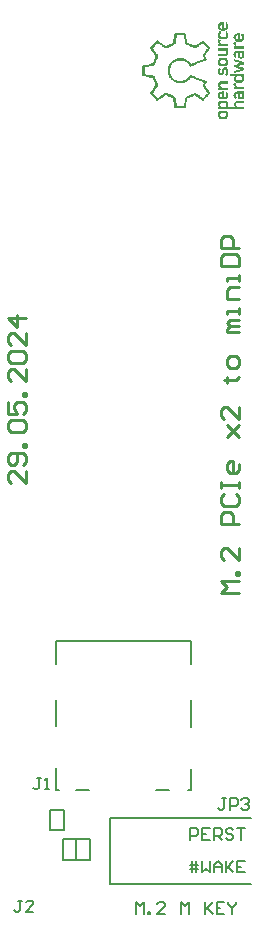
<source format=gto>
G04*
G04 #@! TF.GenerationSoftware,Altium Limited,Altium Designer,24.5.2 (23)*
G04*
G04 Layer_Color=65535*
%FSLAX44Y44*%
%MOMM*%
G71*
G04*
G04 #@! TF.SameCoordinates,6FC596C0-74E6-4E27-895D-4E0FE7D6B679*
G04*
G04*
G04 #@! TF.FilePolarity,Positive*
G04*
G01*
G75*
%ADD10C,0.1500*%
%ADD11C,0.1270*%
%ADD12C,0.2000*%
%ADD13C,0.2540*%
G36*
X197426Y793435D02*
X197902D01*
Y792960D01*
X198378D01*
Y792009D01*
X198853D01*
Y789155D01*
X198378D01*
Y788204D01*
X197902D01*
Y787729D01*
X197426D01*
Y787253D01*
X196000D01*
Y786778D01*
X192671D01*
Y787253D01*
X191720D01*
Y787729D01*
X190769D01*
Y788680D01*
X190294D01*
Y789155D01*
X189818D01*
Y791533D01*
X190294D01*
Y792484D01*
X190769D01*
Y792960D01*
X191245D01*
Y793435D01*
X191720D01*
Y793911D01*
X195049D01*
Y788680D01*
X195525D01*
Y789155D01*
X196476D01*
Y789631D01*
X196951D01*
Y791533D01*
X196476D01*
Y793435D01*
X196951D01*
Y793911D01*
X197426D01*
Y793435D01*
D02*
G37*
G36*
X197902Y785351D02*
X198378D01*
Y784876D01*
X198853D01*
Y782023D01*
X198378D01*
Y781072D01*
X197902D01*
Y780596D01*
X197426D01*
Y780120D01*
X196476D01*
Y779645D01*
X192196D01*
Y780120D01*
X191245D01*
Y780596D01*
X190769D01*
Y781072D01*
X190294D01*
Y782023D01*
X189818D01*
Y784400D01*
X190294D01*
Y785351D01*
X190769D01*
Y786302D01*
X192196D01*
Y785827D01*
Y785351D01*
X192671D01*
Y784876D01*
X192196D01*
Y783925D01*
X191720D01*
Y782498D01*
X192196D01*
Y782023D01*
X192671D01*
Y781547D01*
X196000D01*
Y782023D01*
X196476D01*
Y782498D01*
X196951D01*
Y783925D01*
X196476D01*
Y784876D01*
X196000D01*
Y785351D01*
X196476D01*
Y786302D01*
X197902D01*
Y785351D01*
D02*
G37*
G36*
X208364Y784400D02*
X208839D01*
Y779645D01*
X209790D01*
Y780120D01*
X210266D01*
Y782498D01*
X209790D01*
Y783925D01*
X210266D01*
Y784400D01*
X211217D01*
Y783925D01*
X211692D01*
Y783449D01*
X212168D01*
Y779645D01*
X211692D01*
Y778694D01*
X211217D01*
Y778218D01*
X210266D01*
Y777743D01*
X205510D01*
Y778218D01*
X204559D01*
Y778694D01*
X204084D01*
Y779645D01*
X203608D01*
Y781072D01*
X203133D01*
Y781547D01*
X203608D01*
Y782974D01*
X204084D01*
Y783449D01*
X204559D01*
Y783925D01*
X205035D01*
Y784400D01*
X205986D01*
Y784876D01*
X208364D01*
Y784400D01*
D02*
G37*
G36*
X191245Y779169D02*
X191720D01*
Y778694D01*
X192196D01*
Y778218D01*
X191720D01*
Y776792D01*
X192196D01*
Y776316D01*
X192671D01*
Y775841D01*
X198853D01*
Y774890D01*
Y774414D01*
Y773939D01*
X189818D01*
Y775841D01*
X190769D01*
Y776316D01*
X190294D01*
Y776792D01*
X189818D01*
Y778694D01*
X190294D01*
Y779645D01*
X191245D01*
Y779169D01*
D02*
G37*
G36*
X162238Y784400D02*
X162713D01*
Y782023D01*
X163189D01*
Y779645D01*
X163664D01*
Y777267D01*
X164140D01*
Y776316D01*
X165567D01*
Y775841D01*
X166518D01*
Y775365D01*
X167944D01*
Y774890D01*
X168895D01*
Y774414D01*
X171273D01*
Y774890D01*
X172224D01*
Y775365D01*
X172699D01*
Y775841D01*
X173650D01*
Y776316D01*
X174126D01*
Y776792D01*
X175077D01*
Y777267D01*
X175553D01*
Y777743D01*
X176504D01*
Y778218D01*
X176979D01*
Y778694D01*
X177455D01*
Y778218D01*
X177930D01*
Y777743D01*
X178406D01*
Y777267D01*
X178881D01*
Y776792D01*
X179357D01*
Y776316D01*
X179832D01*
Y775841D01*
X180308D01*
Y775365D01*
X180783D01*
Y774890D01*
X181259D01*
Y774414D01*
X181734D01*
Y773939D01*
X182210D01*
Y773463D01*
X182685D01*
Y772988D01*
X183161D01*
Y772512D01*
X183636D01*
Y772037D01*
X183161D01*
Y771561D01*
X182685D01*
Y770610D01*
X182210D01*
Y770135D01*
X181734D01*
Y769184D01*
X181259D01*
Y768708D01*
X180783D01*
Y767757D01*
X180308D01*
Y767281D01*
X179832D01*
Y766330D01*
X179357D01*
Y764904D01*
X179832D01*
Y763953D01*
X180308D01*
Y763002D01*
X180783D01*
Y762051D01*
X179832D01*
Y761575D01*
X178406D01*
Y761100D01*
X177455D01*
Y760624D01*
X176504D01*
Y760148D01*
X175077D01*
Y759673D01*
X174126D01*
Y759197D01*
X172699D01*
Y758722D01*
X171748D01*
Y758247D01*
X170797D01*
Y757771D01*
X169371D01*
Y757295D01*
X168420D01*
Y756820D01*
X166993D01*
Y756344D01*
X166518D01*
Y756820D01*
X166042D01*
Y757295D01*
X165567D01*
Y757771D01*
X165091D01*
Y758722D01*
X164615D01*
Y759197D01*
X164140D01*
Y759673D01*
X163664D01*
Y760148D01*
X162713D01*
Y760624D01*
X161762D01*
Y761100D01*
X160811D01*
Y761575D01*
X155105D01*
Y761100D01*
X154154D01*
Y760624D01*
X153203D01*
Y760148D01*
X152727D01*
Y759673D01*
X151776D01*
Y759197D01*
X151301D01*
Y758247D01*
X150825D01*
Y757771D01*
X150350D01*
Y756820D01*
X149874D01*
Y755393D01*
X149399D01*
Y750638D01*
X149874D01*
Y749212D01*
X150350D01*
Y748260D01*
X150825D01*
Y747785D01*
X151301D01*
Y747309D01*
X151776D01*
Y746834D01*
X152252D01*
Y746358D01*
X152727D01*
Y745883D01*
X153203D01*
Y745407D01*
X154154D01*
Y744932D01*
X155581D01*
Y744456D01*
X160336D01*
Y744932D01*
X161762D01*
Y745407D01*
X162713D01*
Y745883D01*
X163189D01*
Y746358D01*
X164140D01*
Y746834D01*
X164615D01*
Y747785D01*
X165091D01*
Y748260D01*
X165567D01*
Y748736D01*
X166042D01*
Y749687D01*
X167469D01*
Y749212D01*
X168420D01*
Y748736D01*
X169846D01*
Y748260D01*
X170797D01*
Y747785D01*
X171748D01*
Y747309D01*
X173175D01*
Y746834D01*
X174126D01*
Y746358D01*
X175553D01*
Y745883D01*
X176504D01*
Y745407D01*
X177455D01*
Y744932D01*
X178881D01*
Y744456D01*
X179832D01*
Y743981D01*
X180783D01*
Y743030D01*
X180308D01*
Y742554D01*
X179832D01*
Y741603D01*
X179357D01*
Y739701D01*
X179832D01*
Y738750D01*
X180308D01*
Y738275D01*
X180783D01*
Y737324D01*
X181259D01*
Y736848D01*
X181734D01*
Y736372D01*
X182210D01*
Y735421D01*
X182685D01*
Y734946D01*
X183161D01*
Y733995D01*
X183636D01*
Y733519D01*
X183161D01*
Y733044D01*
X182685D01*
Y732568D01*
X182210D01*
Y732093D01*
X181734D01*
Y731617D01*
X181259D01*
Y731142D01*
X180783D01*
Y730666D01*
X180308D01*
Y730191D01*
X179832D01*
Y729715D01*
X179357D01*
Y729240D01*
X178881D01*
Y728764D01*
X178406D01*
Y728288D01*
X177930D01*
Y727813D01*
X177455D01*
Y727337D01*
X176979D01*
Y727813D01*
X176504D01*
Y728288D01*
X175553D01*
Y728764D01*
X175077D01*
Y729240D01*
X174126D01*
Y729715D01*
X173650D01*
Y730191D01*
X173175D01*
Y730666D01*
X172224D01*
Y731142D01*
X171748D01*
Y731617D01*
X170797D01*
Y732093D01*
X169846D01*
Y731617D01*
X168895D01*
Y731142D01*
X167469D01*
Y730666D01*
X166518D01*
Y730191D01*
X165091D01*
Y729715D01*
X164140D01*
Y728764D01*
X163664D01*
Y726386D01*
X163189D01*
Y724009D01*
X162713D01*
Y721631D01*
X162238D01*
Y721156D01*
X153678D01*
Y721631D01*
X153203D01*
Y724009D01*
X152727D01*
Y726386D01*
X152252D01*
Y729240D01*
X151776D01*
Y729715D01*
X151301D01*
Y730191D01*
X150350D01*
Y730666D01*
X148923D01*
Y731142D01*
X147972D01*
Y731617D01*
X147021D01*
Y732093D01*
X145119D01*
Y731617D01*
X144168D01*
Y731142D01*
X143693D01*
Y730666D01*
X143217D01*
Y730191D01*
X142266D01*
Y729715D01*
X141790D01*
Y729240D01*
X140839D01*
Y728764D01*
X140364D01*
Y728288D01*
X139413D01*
Y727813D01*
X138937D01*
Y727337D01*
X138462D01*
Y727813D01*
X137986D01*
Y728288D01*
X137511D01*
Y728764D01*
X137035D01*
Y729240D01*
X136560D01*
Y729715D01*
X136084D01*
Y730191D01*
X135609D01*
Y730666D01*
X135133D01*
Y731142D01*
X134657D01*
Y731617D01*
X134182D01*
Y732093D01*
X133707D01*
Y732568D01*
X133231D01*
Y733044D01*
X132755D01*
Y733519D01*
X132280D01*
Y733995D01*
X132755D01*
Y734946D01*
X133231D01*
Y735421D01*
X133707D01*
Y735897D01*
X134182D01*
Y736848D01*
X134657D01*
Y737324D01*
X135133D01*
Y738275D01*
X135609D01*
Y738750D01*
X136084D01*
Y739701D01*
X136560D01*
Y740177D01*
X137035D01*
Y742079D01*
X136560D01*
Y743505D01*
X136084D01*
Y744456D01*
X135609D01*
Y745407D01*
X135133D01*
Y746834D01*
X134182D01*
Y747309D01*
X131804D01*
Y747785D01*
X128951D01*
Y748260D01*
X126574D01*
Y748736D01*
X126098D01*
Y757295D01*
X126574D01*
Y757771D01*
X128476D01*
Y758247D01*
X131329D01*
Y758722D01*
X133707D01*
Y759197D01*
X135133D01*
Y760624D01*
X135609D01*
Y761575D01*
X136084D01*
Y763002D01*
X136560D01*
Y763953D01*
X137035D01*
Y765855D01*
X136560D01*
Y766330D01*
X136084D01*
Y767281D01*
X135609D01*
Y767757D01*
X135133D01*
Y768708D01*
X134657D01*
Y769184D01*
X134182D01*
Y770135D01*
X133707D01*
Y770610D01*
X133231D01*
Y771561D01*
X132755D01*
Y772037D01*
X132280D01*
Y772512D01*
X132755D01*
Y772988D01*
X133231D01*
Y773463D01*
X133707D01*
Y773939D01*
X134182D01*
Y774414D01*
X134657D01*
Y774890D01*
X135133D01*
Y775365D01*
X135609D01*
Y775841D01*
X136084D01*
Y776316D01*
X136560D01*
Y776792D01*
X137035D01*
Y777267D01*
X137511D01*
Y777743D01*
X137986D01*
Y778218D01*
X138462D01*
Y778694D01*
X138937D01*
Y778218D01*
X139888D01*
Y777743D01*
X140364D01*
Y777267D01*
X140839D01*
Y776792D01*
X141790D01*
Y776316D01*
X142266D01*
Y775841D01*
X143217D01*
Y775365D01*
X143693D01*
Y774890D01*
X144643D01*
Y774414D01*
X145119D01*
Y773939D01*
X146546D01*
Y774414D01*
X147497D01*
Y774890D01*
X148923D01*
Y775365D01*
X149874D01*
Y775841D01*
X151301D01*
Y776316D01*
X151776D01*
Y776792D01*
X152252D01*
Y779645D01*
X152727D01*
Y782023D01*
X153203D01*
Y784400D01*
X153678D01*
Y784876D01*
X162238D01*
Y784400D01*
D02*
G37*
G36*
X204559Y777267D02*
X205035D01*
Y776792D01*
X205510D01*
Y775365D01*
Y774890D01*
Y773939D01*
X212168D01*
Y771561D01*
X203608D01*
Y773939D01*
X204084D01*
Y774414D01*
X203608D01*
Y775841D01*
X203133D01*
Y776316D01*
X203608D01*
Y777267D01*
X204084D01*
Y777743D01*
X204559D01*
Y777267D01*
D02*
G37*
G36*
X198853Y770135D02*
X198378D01*
Y769184D01*
X198853D01*
Y767281D01*
X198378D01*
Y766330D01*
X197902D01*
Y765855D01*
X197426D01*
Y765379D01*
X189818D01*
Y767281D01*
X196476D01*
Y768232D01*
X196951D01*
Y769184D01*
X196476D01*
Y770135D01*
X189818D01*
Y772037D01*
X198853D01*
Y770135D01*
D02*
G37*
G36*
X212168Y768232D02*
X211692D01*
Y767757D01*
X212168D01*
Y764428D01*
X211692D01*
Y763953D01*
X211217D01*
Y763477D01*
X210741D01*
Y763002D01*
X208364D01*
Y763477D01*
X207888D01*
Y763953D01*
X207412D01*
Y764904D01*
X206937D01*
Y768232D01*
X205510D01*
Y766806D01*
X205035D01*
Y766330D01*
X205510D01*
Y763953D01*
X205035D01*
Y763477D01*
X204559D01*
Y763953D01*
X204084D01*
Y764428D01*
X203608D01*
Y766330D01*
X203133D01*
Y766806D01*
X203608D01*
Y768708D01*
X204084D01*
Y769184D01*
X204559D01*
Y769659D01*
X205035D01*
Y770135D01*
X212168D01*
Y768232D01*
D02*
G37*
G36*
X196476Y763477D02*
X197426D01*
Y763002D01*
X197902D01*
Y762526D01*
X198378D01*
Y761575D01*
X198853D01*
Y759197D01*
X198378D01*
Y758247D01*
X197902D01*
Y757771D01*
X197426D01*
Y757295D01*
X196951D01*
Y756820D01*
X191720D01*
Y757295D01*
X191245D01*
Y757771D01*
X190769D01*
Y758247D01*
X190294D01*
Y759197D01*
X189818D01*
Y761575D01*
X190294D01*
Y762526D01*
X190769D01*
Y763002D01*
X191245D01*
Y763477D01*
X192196D01*
Y763953D01*
X196476D01*
Y763477D01*
D02*
G37*
G36*
X204559Y762526D02*
X206462D01*
Y762051D01*
X207888D01*
Y761575D01*
X209315D01*
Y761100D01*
X210741D01*
Y760624D01*
X212168D01*
Y758722D01*
X211692D01*
Y758247D01*
X209790D01*
Y757771D01*
X208364D01*
Y757295D01*
X206937D01*
Y756820D01*
X207888D01*
Y756344D01*
X209315D01*
Y755869D01*
X211217D01*
Y755393D01*
X212168D01*
Y753491D01*
X211217D01*
Y753016D01*
X209790D01*
Y752540D01*
X208364D01*
Y752065D01*
X206937D01*
Y751589D01*
X205510D01*
Y751114D01*
X203608D01*
Y753016D01*
X205035D01*
Y753491D01*
X206462D01*
Y753967D01*
X208364D01*
Y754918D01*
X206937D01*
Y755393D01*
X205510D01*
Y755869D01*
X204084D01*
Y756344D01*
X203608D01*
Y757771D01*
X204559D01*
Y758247D01*
X205986D01*
Y758722D01*
X207412D01*
Y759197D01*
X208839D01*
Y759673D01*
X207888D01*
Y760148D01*
X205986D01*
Y760624D01*
X204084D01*
Y761100D01*
X203608D01*
Y763002D01*
X204559D01*
Y762526D01*
D02*
G37*
G36*
X197426Y755393D02*
X197902D01*
Y754918D01*
X198378D01*
Y753967D01*
X198853D01*
Y751114D01*
X198378D01*
Y749687D01*
X197902D01*
Y749212D01*
X197426D01*
Y748736D01*
X196476D01*
Y749212D01*
X196000D01*
Y750163D01*
X196476D01*
Y751114D01*
X196951D01*
Y753491D01*
X196476D01*
Y753967D01*
X195525D01*
Y753016D01*
X195049D01*
Y751114D01*
Y750638D01*
X194573D01*
Y749687D01*
X194098D01*
Y749212D01*
X191245D01*
Y749687D01*
X190769D01*
Y750163D01*
X190294D01*
Y751114D01*
X189818D01*
Y753491D01*
X190294D01*
Y754918D01*
X190769D01*
Y755393D01*
X191720D01*
Y754918D01*
X192196D01*
Y753491D01*
X191720D01*
Y751114D01*
X193147D01*
Y752540D01*
X193622D01*
Y754918D01*
X194098D01*
Y755393D01*
X195049D01*
Y755869D01*
X197426D01*
Y755393D01*
D02*
G37*
G36*
X212168Y748260D02*
X211692D01*
Y747309D01*
X212168D01*
Y744456D01*
X211692D01*
Y743981D01*
X211217D01*
Y743505D01*
X210266D01*
Y743030D01*
X205510D01*
Y743505D01*
X204559D01*
Y743981D01*
X204084D01*
Y744456D01*
X203608D01*
Y745883D01*
X203133D01*
Y746358D01*
X203608D01*
Y747785D01*
X204084D01*
Y748260D01*
X199804D01*
Y750163D01*
X212168D01*
Y748260D01*
D02*
G37*
G36*
X204559Y742554D02*
X205510D01*
Y739701D01*
X205986D01*
Y739225D01*
X212168D01*
Y737324D01*
X203608D01*
Y739225D01*
X204084D01*
Y739701D01*
X203608D01*
Y741128D01*
X203133D01*
Y741603D01*
X203608D01*
Y743030D01*
X204559D01*
Y742554D01*
D02*
G37*
G36*
X198853Y742079D02*
X192671D01*
Y741603D01*
X192196D01*
Y741128D01*
X191720D01*
Y739701D01*
X192196D01*
Y739225D01*
X193147D01*
Y738750D01*
X198853D01*
Y737324D01*
X198378D01*
Y736848D01*
X190294D01*
Y737324D01*
X189818D01*
Y738750D01*
X190769D01*
Y739225D01*
X190294D01*
Y740177D01*
X189818D01*
Y742079D01*
X190294D01*
Y743030D01*
X190769D01*
Y743505D01*
X191720D01*
Y743981D01*
X198853D01*
Y742079D01*
D02*
G37*
G36*
X212168Y730191D02*
X211692D01*
Y729240D01*
X211217D01*
Y728764D01*
X208364D01*
Y729240D01*
X207412D01*
Y730191D01*
X206937D01*
Y733519D01*
X205510D01*
Y732568D01*
X205035D01*
Y731617D01*
X205510D01*
Y730666D01*
X205986D01*
Y730191D01*
X205510D01*
Y729715D01*
X205035D01*
Y729240D01*
X204084D01*
Y729715D01*
X203608D01*
Y731617D01*
X203133D01*
Y732568D01*
X203608D01*
Y734470D01*
X204084D01*
Y734946D01*
X204559D01*
Y735421D01*
X206462D01*
Y735897D01*
X212168D01*
Y730191D01*
D02*
G37*
G36*
X195049Y730666D02*
X196476D01*
Y731142D01*
X196951D01*
Y733519D01*
X196476D01*
Y734946D01*
X196951D01*
Y735421D01*
X197902D01*
Y734470D01*
X198378D01*
Y733519D01*
X198853D01*
Y731142D01*
X198378D01*
Y730191D01*
X197902D01*
Y729715D01*
X197426D01*
Y729240D01*
X196951D01*
Y728764D01*
X191720D01*
Y729240D01*
X191245D01*
Y729715D01*
X190769D01*
Y730191D01*
X190294D01*
Y731142D01*
X189818D01*
Y733044D01*
X190294D01*
Y733995D01*
X190769D01*
Y734946D01*
X191720D01*
Y735421D01*
X193147D01*
Y735897D01*
X195049D01*
Y730666D01*
D02*
G37*
G36*
X212168Y725435D02*
X205510D01*
Y723058D01*
X205986D01*
Y722582D01*
X212168D01*
Y720680D01*
X189818D01*
Y722107D01*
X190294D01*
Y722582D01*
X190769D01*
Y723058D01*
X190294D01*
Y724009D01*
X189818D01*
Y725435D01*
X190294D01*
Y726386D01*
X190769D01*
Y726862D01*
X191245D01*
Y727337D01*
X197426D01*
Y726862D01*
X197902D01*
Y726386D01*
X198378D01*
Y725435D01*
X198853D01*
Y723533D01*
X198378D01*
Y722582D01*
X204084D01*
Y723058D01*
X203608D01*
Y725911D01*
X204084D01*
Y726862D01*
X205035D01*
Y727337D01*
X212168D01*
Y725435D01*
D02*
G37*
G36*
X196476Y718778D02*
X197426D01*
Y718303D01*
X197902D01*
Y717827D01*
X198378D01*
Y716876D01*
X198853D01*
Y714498D01*
X198378D01*
Y713547D01*
X197902D01*
Y713072D01*
X197426D01*
Y712596D01*
X196476D01*
Y712121D01*
X192196D01*
Y712596D01*
X191245D01*
Y713072D01*
X190769D01*
Y713547D01*
X190294D01*
Y714498D01*
X189818D01*
Y716876D01*
X190294D01*
Y717827D01*
X190769D01*
Y718303D01*
X191245D01*
Y718778D01*
X192196D01*
Y719254D01*
X196476D01*
Y718778D01*
D02*
G37*
%LPC*%
G36*
X193622Y792009D02*
X192671D01*
Y791533D01*
X192196D01*
Y791058D01*
X191720D01*
Y789631D01*
X192196D01*
Y789155D01*
X192671D01*
Y788680D01*
X193622D01*
Y792009D01*
D02*
G37*
G36*
X206937Y782974D02*
X206462D01*
Y782498D01*
X205510D01*
Y781547D01*
X205035D01*
Y781072D01*
X205510D01*
Y780120D01*
X205986D01*
Y779645D01*
X206937D01*
Y782974D01*
D02*
G37*
G36*
X161287D02*
X155105D01*
Y780596D01*
X154629D01*
Y778218D01*
X154154D01*
Y775841D01*
X153678D01*
Y775365D01*
X153203D01*
Y774890D01*
X152727D01*
Y774414D01*
X151776D01*
Y773939D01*
X150350D01*
Y773463D01*
X149399D01*
Y772988D01*
X148448D01*
Y772512D01*
X147021D01*
Y772037D01*
X145119D01*
Y772512D01*
X144168D01*
Y772988D01*
X143693D01*
Y773463D01*
X142741D01*
Y773939D01*
X142266D01*
Y774414D01*
X141315D01*
Y774890D01*
X140839D01*
Y775365D01*
X139888D01*
Y775841D01*
X139413D01*
Y776316D01*
X138937D01*
Y775841D01*
X138462D01*
Y775365D01*
X137986D01*
Y774890D01*
X137511D01*
Y774414D01*
X137035D01*
Y773939D01*
X136560D01*
Y773463D01*
X136084D01*
Y772988D01*
X135609D01*
Y772512D01*
X135133D01*
Y771561D01*
X135609D01*
Y771086D01*
X136084D01*
Y770135D01*
X136560D01*
Y769659D01*
X137035D01*
Y768708D01*
X137511D01*
Y768232D01*
X137986D01*
Y767281D01*
X138462D01*
Y766806D01*
X138937D01*
Y765855D01*
X139413D01*
Y764428D01*
X138937D01*
Y763002D01*
X138462D01*
Y762051D01*
X137986D01*
Y760624D01*
X137511D01*
Y759673D01*
X137035D01*
Y758722D01*
X136560D01*
Y757771D01*
X136084D01*
Y757295D01*
X134182D01*
Y756820D01*
X131804D01*
Y756344D01*
X128951D01*
Y755869D01*
X128000D01*
Y750163D01*
X129427D01*
Y749687D01*
X132280D01*
Y749212D01*
X134657D01*
Y748736D01*
X136084D01*
Y748260D01*
X136560D01*
Y747785D01*
X137035D01*
Y746358D01*
X137511D01*
Y745407D01*
X137986D01*
Y743981D01*
X138462D01*
Y743030D01*
X138937D01*
Y741603D01*
X139413D01*
Y740177D01*
X138937D01*
Y739225D01*
X138462D01*
Y738750D01*
X137986D01*
Y737799D01*
X137511D01*
Y737324D01*
X137035D01*
Y736848D01*
X136560D01*
Y735897D01*
X136084D01*
Y735421D01*
X135609D01*
Y734470D01*
X135133D01*
Y733519D01*
X135609D01*
Y733044D01*
X136084D01*
Y732568D01*
X136560D01*
Y732093D01*
X137035D01*
Y731617D01*
X137511D01*
Y731142D01*
X137986D01*
Y730666D01*
X138462D01*
Y730191D01*
X139888D01*
Y730666D01*
X140364D01*
Y731142D01*
X141315D01*
Y731617D01*
X141790D01*
Y732093D01*
X142741D01*
Y732568D01*
X143217D01*
Y733044D01*
X144168D01*
Y733519D01*
X144643D01*
Y733995D01*
X147497D01*
Y733519D01*
X148448D01*
Y733044D01*
X149874D01*
Y732568D01*
X150825D01*
Y732093D01*
X151776D01*
Y731617D01*
X152727D01*
Y731142D01*
X153203D01*
Y730666D01*
X153678D01*
Y730191D01*
X154154D01*
Y727813D01*
X154629D01*
Y725435D01*
X155105D01*
Y723058D01*
X161287D01*
Y725911D01*
X161762D01*
Y728288D01*
X162238D01*
Y730191D01*
X162713D01*
Y730666D01*
X163189D01*
Y731142D01*
X163664D01*
Y731617D01*
X165091D01*
Y732093D01*
X166042D01*
Y732568D01*
X167469D01*
Y733044D01*
X168420D01*
Y733519D01*
X169846D01*
Y733995D01*
X171273D01*
Y733519D01*
X172224D01*
Y733044D01*
X173175D01*
Y732568D01*
X173650D01*
Y732093D01*
X174601D01*
Y731617D01*
X175077D01*
Y731142D01*
X176028D01*
Y730666D01*
X176504D01*
Y730191D01*
X176979D01*
Y729715D01*
X177455D01*
Y730191D01*
X177930D01*
Y730666D01*
X178406D01*
Y731142D01*
X178881D01*
Y731617D01*
X179357D01*
Y732093D01*
X179832D01*
Y732568D01*
X180308D01*
Y733044D01*
X180783D01*
Y733519D01*
X181259D01*
Y734470D01*
X180783D01*
Y735421D01*
X180308D01*
Y735897D01*
X179832D01*
Y736372D01*
X179357D01*
Y737324D01*
X178881D01*
Y737799D01*
X178406D01*
Y738750D01*
X177930D01*
Y739225D01*
X177455D01*
Y741603D01*
X177930D01*
Y742554D01*
X178406D01*
Y743030D01*
X177455D01*
Y743505D01*
X176504D01*
Y743981D01*
X175077D01*
Y744456D01*
X174126D01*
Y744932D01*
X172699D01*
Y745407D01*
X171748D01*
Y745883D01*
X170322D01*
Y746358D01*
X169371D01*
Y746834D01*
X168420D01*
Y747309D01*
X166993D01*
Y746834D01*
X166518D01*
Y746358D01*
X166042D01*
Y745407D01*
X165567D01*
Y744932D01*
X164615D01*
Y744456D01*
X164140D01*
Y743981D01*
X163664D01*
Y743505D01*
X162238D01*
Y743030D01*
X161287D01*
Y742554D01*
X155581D01*
Y743030D01*
X154154D01*
Y743505D01*
X153203D01*
Y743981D01*
X152252D01*
Y744456D01*
X151776D01*
Y744932D01*
X151301D01*
Y745407D01*
X150350D01*
Y746358D01*
X149874D01*
Y746834D01*
X149399D01*
Y747309D01*
X148923D01*
Y748260D01*
X148448D01*
Y749212D01*
X147972D01*
Y750638D01*
X147497D01*
Y755393D01*
X147972D01*
Y756820D01*
X148448D01*
Y757771D01*
X148923D01*
Y758722D01*
X149399D01*
Y759197D01*
X149874D01*
Y760148D01*
X150350D01*
Y760624D01*
X150825D01*
Y761100D01*
X151301D01*
Y761575D01*
X152252D01*
Y762051D01*
X152727D01*
Y762526D01*
X153678D01*
Y763002D01*
X155105D01*
Y763477D01*
X157958D01*
Y763953D01*
X158434D01*
Y763477D01*
X161287D01*
Y763002D01*
X162713D01*
Y762526D01*
X163664D01*
Y762051D01*
X164140D01*
Y761575D01*
X165091D01*
Y761100D01*
X165567D01*
Y760624D01*
X166042D01*
Y760148D01*
X166518D01*
Y759197D01*
X166993D01*
Y758722D01*
X167944D01*
Y759197D01*
X169371D01*
Y759673D01*
X170322D01*
Y760148D01*
X171273D01*
Y760624D01*
X172699D01*
Y761100D01*
X173650D01*
Y761575D01*
X175077D01*
Y762051D01*
X176028D01*
Y762526D01*
X177455D01*
Y763002D01*
X178406D01*
Y763477D01*
X177930D01*
Y764428D01*
X177455D01*
Y766806D01*
X177930D01*
Y767281D01*
X178406D01*
Y768232D01*
X178881D01*
Y768708D01*
X179357D01*
Y769659D01*
X179832D01*
Y770135D01*
X180308D01*
Y771086D01*
X180783D01*
Y771561D01*
X181259D01*
Y772512D01*
X180783D01*
Y772988D01*
X180308D01*
Y773463D01*
X179832D01*
Y773939D01*
X179357D01*
Y774414D01*
X178881D01*
Y774890D01*
X178406D01*
Y775365D01*
X177930D01*
Y775841D01*
X177455D01*
Y776316D01*
X176979D01*
Y775841D01*
X176504D01*
Y775365D01*
X175553D01*
Y774890D01*
X175077D01*
Y774414D01*
X174126D01*
Y773939D01*
X173650D01*
Y773463D01*
X172699D01*
Y772988D01*
X172224D01*
Y772512D01*
X171273D01*
Y772037D01*
X170322D01*
Y772512D01*
X168895D01*
Y772988D01*
X167469D01*
Y773463D01*
X166518D01*
Y773939D01*
X165091D01*
Y774414D01*
X164140D01*
Y774890D01*
X163189D01*
Y775365D01*
X162713D01*
Y775841D01*
X162238D01*
Y777743D01*
X161762D01*
Y780120D01*
X161287D01*
Y782974D01*
D02*
G37*
G36*
X209790Y768232D02*
X208839D01*
Y764904D01*
X210266D01*
Y767757D01*
X209790D01*
Y768232D01*
D02*
G37*
G36*
X196000Y762051D02*
X192671D01*
Y761575D01*
X192196D01*
Y761100D01*
X191720D01*
Y759673D01*
X192196D01*
Y759197D01*
X192671D01*
Y758722D01*
X196000D01*
Y759197D01*
X196476D01*
Y759673D01*
X196951D01*
Y761100D01*
X196476D01*
Y761575D01*
X196000D01*
Y762051D01*
D02*
G37*
G36*
X209315Y748260D02*
X206462D01*
Y747785D01*
X205510D01*
Y745407D01*
X206462D01*
Y744932D01*
X209315D01*
Y745407D01*
X210266D01*
Y747785D01*
X209315D01*
Y748260D01*
D02*
G37*
G36*
X210266Y733519D02*
X208839D01*
Y730666D01*
X210266D01*
Y733519D01*
D02*
G37*
G36*
X193622D02*
X192196D01*
Y733044D01*
X191720D01*
Y731142D01*
X192196D01*
Y730666D01*
X193622D01*
Y733519D01*
D02*
G37*
G36*
X196476Y725435D02*
X192196D01*
Y724484D01*
X191720D01*
Y723533D01*
X192196D01*
Y723058D01*
X192671D01*
Y722582D01*
X196476D01*
Y723533D01*
X196951D01*
Y724960D01*
X196476D01*
Y725435D01*
D02*
G37*
G36*
X196000Y717352D02*
X192671D01*
Y716876D01*
X192196D01*
Y716400D01*
X191720D01*
Y714974D01*
X192196D01*
Y714498D01*
X192671D01*
Y714023D01*
X196000D01*
Y714498D01*
X196476D01*
Y714974D01*
X196951D01*
Y716400D01*
X196476D01*
Y716876D01*
X196000D01*
Y717352D01*
D02*
G37*
%LPD*%
D10*
X48000Y127250D02*
X59500D01*
Y110000D02*
Y127250D01*
X48000Y110000D02*
X59500D01*
X48000D02*
Y127250D01*
X81500Y85000D02*
Y102250D01*
X70000Y85000D02*
X81500D01*
X70000D02*
Y102250D01*
X81500D01*
X70000Y85000D02*
Y102250D01*
X58500Y85000D02*
X70000D01*
X58500D02*
Y102250D01*
X70000D01*
D11*
X53000Y143750D02*
Y162750D01*
Y143750D02*
X55500D01*
X165000D02*
X167000D01*
Y162250D01*
X69500Y143750D02*
X81000D01*
X53000Y250750D02*
Y270250D01*
X167000D01*
Y250750D02*
Y270250D01*
Y197550D02*
Y220350D01*
X53000Y197850D02*
Y220650D01*
X137500Y143750D02*
X149000D01*
D12*
X98750Y120300D02*
X218000D01*
X98750Y64300D02*
Y120300D01*
Y64300D02*
X218000D01*
X168166Y74250D02*
Y84247D01*
X171498D02*
Y74250D01*
X166500Y80914D02*
X171498D01*
X173165D01*
X166500Y77582D02*
X173165D01*
X176497Y84247D02*
Y74250D01*
X179829Y77582D01*
X183161Y74250D01*
Y84247D01*
X186493Y74250D02*
Y80914D01*
X189826Y84247D01*
X193158Y80914D01*
Y74250D01*
Y79248D01*
X186493D01*
X196490Y84247D02*
Y74250D01*
Y77582D01*
X203155Y84247D01*
X198156Y79248D01*
X203155Y74250D01*
X213152Y84247D02*
X206487D01*
Y74250D01*
X213152D01*
X206487Y79248D02*
X209819D01*
X166500Y101666D02*
Y111663D01*
X171498D01*
X173165Y109997D01*
Y106664D01*
X171498Y104998D01*
X166500D01*
X183161Y111663D02*
X176497D01*
Y101666D01*
X183161D01*
X176497Y106664D02*
X179829D01*
X186493Y101666D02*
Y111663D01*
X191492D01*
X193158Y109997D01*
Y106664D01*
X191492Y104998D01*
X186493D01*
X189826D02*
X193158Y101666D01*
X203155Y109997D02*
X201489Y111663D01*
X198156D01*
X196490Y109997D01*
Y108331D01*
X198156Y106664D01*
X201489D01*
X203155Y104998D01*
Y103332D01*
X201489Y101666D01*
X198156D01*
X196490Y103332D01*
X206487Y111663D02*
X213152D01*
X209819D01*
Y101666D01*
X120500Y39500D02*
Y49497D01*
X123832Y46164D01*
X127164Y49497D01*
Y39500D01*
X130497D02*
Y41166D01*
X132163D01*
Y39500D01*
X130497D01*
X145492D02*
X138827D01*
X145492Y46164D01*
Y47831D01*
X143826Y49497D01*
X140494D01*
X138827Y47831D01*
X158821Y39500D02*
Y49497D01*
X162153Y46164D01*
X165485Y49497D01*
Y39500D01*
X178815Y49497D02*
Y39500D01*
Y42832D01*
X185479Y49497D01*
X180481Y44498D01*
X185479Y39500D01*
X195476Y49497D02*
X188811D01*
Y39500D01*
X195476D01*
X188811Y44498D02*
X192144D01*
X198808Y49497D02*
Y47831D01*
X202140Y44498D01*
X205473Y47831D01*
Y49497D01*
X202140Y44498D02*
Y39500D01*
X23834Y50498D02*
X20502D01*
X22168D01*
Y42168D01*
X20502Y40502D01*
X18836D01*
X17169Y42168D01*
X33831Y40502D02*
X27166D01*
X33831Y47166D01*
Y48832D01*
X32164Y50498D01*
X28832D01*
X27166Y48832D01*
X196586Y137248D02*
X193253D01*
X194919D01*
Y128918D01*
X193253Y127252D01*
X191587D01*
X189921Y128918D01*
X199918Y127252D02*
Y137248D01*
X204916D01*
X206582Y135582D01*
Y132250D01*
X204916Y130584D01*
X199918D01*
X209914Y135582D02*
X211581Y137248D01*
X214913D01*
X216579Y135582D01*
Y133916D01*
X214913Y132250D01*
X213247D01*
X214913D01*
X216579Y130584D01*
Y128918D01*
X214913Y127252D01*
X211581D01*
X209914Y128918D01*
X40000Y154498D02*
X36668D01*
X38334D01*
Y146168D01*
X36668Y144502D01*
X35002D01*
X33335Y146168D01*
X43332Y144502D02*
X46665D01*
X44998D01*
Y154498D01*
X43332Y152832D01*
D13*
X27210Y414197D02*
Y404040D01*
X17053Y414197D01*
X14514D01*
X11975Y411657D01*
Y406579D01*
X14514Y404040D01*
X24671Y419275D02*
X27210Y421814D01*
Y426893D01*
X24671Y429432D01*
X14514D01*
X11975Y426893D01*
Y421814D01*
X14514Y419275D01*
X17053D01*
X19592Y421814D01*
Y429432D01*
X27210Y434510D02*
X24671D01*
Y437049D01*
X27210D01*
Y434510D01*
X14514Y447206D02*
X11975Y449745D01*
Y454824D01*
X14514Y457363D01*
X24671D01*
X27210Y454824D01*
Y449745D01*
X24671Y447206D01*
X14514D01*
X11975Y472598D02*
Y462441D01*
X19592D01*
X17053Y467519D01*
Y470059D01*
X19592Y472598D01*
X24671D01*
X27210Y470059D01*
Y464980D01*
X24671Y462441D01*
X27210Y477676D02*
X24671D01*
Y480215D01*
X27210D01*
Y477676D01*
Y500529D02*
Y490372D01*
X17053Y500529D01*
X14514D01*
X11975Y497990D01*
Y492911D01*
X14514Y490372D01*
Y505607D02*
X11975Y508146D01*
Y513225D01*
X14514Y515764D01*
X24671D01*
X27210Y513225D01*
Y508146D01*
X24671Y505607D01*
X14514D01*
X27210Y530999D02*
Y520842D01*
X17053Y530999D01*
X14514D01*
X11975Y528460D01*
Y523381D01*
X14514Y520842D01*
X27210Y543695D02*
X11975D01*
X19592Y536077D01*
Y546234D01*
X208210Y310790D02*
X192975D01*
X198053Y315868D01*
X192975Y320947D01*
X208210D01*
Y326025D02*
X205671D01*
Y328564D01*
X208210D01*
Y326025D01*
Y348878D02*
Y338721D01*
X198053Y348878D01*
X195514D01*
X192975Y346339D01*
Y341260D01*
X195514Y338721D01*
X208210Y369191D02*
X192975D01*
Y376809D01*
X195514Y379348D01*
X200592D01*
X203132Y376809D01*
Y369191D01*
X195514Y394583D02*
X192975Y392044D01*
Y386965D01*
X195514Y384426D01*
X205671D01*
X208210Y386965D01*
Y392044D01*
X205671Y394583D01*
X192975Y399661D02*
Y404740D01*
Y402200D01*
X208210D01*
Y399661D01*
Y404740D01*
Y419975D02*
Y414896D01*
X205671Y412357D01*
X200592D01*
X198053Y414896D01*
Y419975D01*
X200592Y422514D01*
X203132D01*
Y412357D01*
X198053Y442827D02*
X208210Y452984D01*
X203132Y447906D01*
X198053Y452984D01*
X208210Y442827D01*
Y468219D02*
Y458062D01*
X198053Y468219D01*
X195514D01*
X192975Y465680D01*
Y460602D01*
X195514Y458062D01*
Y491072D02*
X198053D01*
Y488532D01*
Y493611D01*
Y491072D01*
X205671D01*
X208210Y493611D01*
Y503768D02*
Y508846D01*
X205671Y511385D01*
X200592D01*
X198053Y508846D01*
Y503768D01*
X200592Y501228D01*
X205671D01*
X208210Y503768D01*
Y531698D02*
X198053D01*
Y534238D01*
X200592Y536777D01*
X208210D01*
X200592D01*
X198053Y539316D01*
X200592Y541855D01*
X208210D01*
Y546934D02*
Y552012D01*
Y549473D01*
X198053D01*
Y546934D01*
X208210Y559630D02*
X198053D01*
Y567247D01*
X200592Y569786D01*
X208210D01*
Y574865D02*
Y579943D01*
Y577404D01*
X198053D01*
Y574865D01*
X192975Y587560D02*
X208210D01*
Y595178D01*
X205671Y597717D01*
X195514D01*
X192975Y595178D01*
Y587560D01*
X208210Y602795D02*
X192975D01*
Y610413D01*
X195514Y612952D01*
X200592D01*
X203132Y610413D01*
Y602795D01*
M02*

</source>
